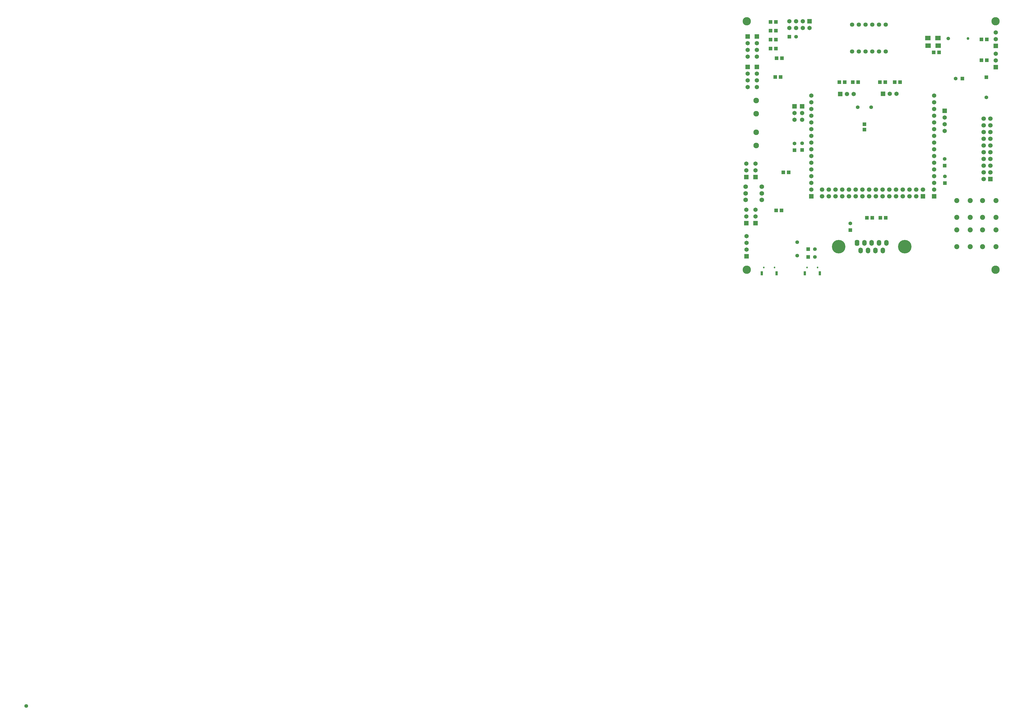
<source format=gbs>
G04 Layer_Color=16711935*
%FSLAX24Y24*%
%MOIN*%
G70*
G01*
G75*
%ADD70R,0.0650X0.0650*%
%ADD72R,0.0550X0.0550*%
%ADD79R,0.0650X0.0650*%
%ADD80R,0.0550X0.0550*%
%ADD90C,0.1231*%
%ADD91C,0.0650*%
%ADD92C,0.0550*%
%ADD93C,0.0837*%
%ADD94C,0.0247*%
%ADD95R,0.0365X0.0641*%
G04:AMPARAMS|DCode=96|XSize=67mil|YSize=87mil|CornerRadius=0mil|HoleSize=0mil|Usage=FLASHONLY|Rotation=180.000|XOffset=0mil|YOffset=0mil|HoleType=Round|Shape=Octagon|*
%AMOCTAGOND96*
4,1,8,0.0168,-0.0435,-0.0168,-0.0435,-0.0335,-0.0268,-0.0335,0.0268,-0.0168,0.0435,0.0168,0.0435,0.0335,0.0268,0.0335,-0.0268,0.0168,-0.0435,0.0*
%
%ADD96OCTAGOND96*%

%ADD97O,0.0670X0.0870*%
%ADD98O,0.0650X0.0870*%
%ADD99C,0.2017*%
%ADD100R,0.0668X0.0668*%
%ADD101C,0.0668*%
%ADD102C,0.0750*%
%ADD103C,0.0522*%
%ADD104C,0.0404*%
%ADD105C,0.0641*%
%ADD106C,0.0680*%
%ADD107R,0.0800X0.0650*%
D70*
X10520Y38190D02*
D03*
X15080Y27350D02*
D03*
X21460Y27410D02*
D03*
D72*
X18680Y22050D02*
D03*
Y22850D02*
D03*
X8290Y19010D02*
D03*
X9440Y19020D02*
D03*
X16580Y7100D02*
D03*
X30640Y16710D02*
D03*
X30650Y14110D02*
D03*
X36840Y29852D02*
D03*
D79*
X1150Y3200D02*
D03*
X1330Y35930D02*
D03*
X2696D02*
D03*
X1334Y31380D02*
D03*
X2696D02*
D03*
X9440Y25530D02*
D03*
X8290D02*
D03*
X2506Y8130D02*
D03*
X1144D02*
D03*
X30640Y24850D02*
D03*
X38240Y31370D02*
D03*
Y34520D02*
D03*
X29050Y12120D02*
D03*
X2506Y15010D02*
D03*
X1144D02*
D03*
X10780Y12120D02*
D03*
D80*
X5430Y29900D02*
D03*
X6230D02*
D03*
X5512Y38103D02*
D03*
X4712D02*
D03*
X5512Y36783D02*
D03*
X4712D02*
D03*
X5512Y35463D02*
D03*
X4712D02*
D03*
X5512Y34143D02*
D03*
X4712D02*
D03*
X21800Y29141D02*
D03*
X21000D02*
D03*
X15768D02*
D03*
X14968D02*
D03*
X36090Y35500D02*
D03*
X36890D02*
D03*
X36090Y32390D02*
D03*
X36890D02*
D03*
X28990Y33560D02*
D03*
X29790D02*
D03*
X6358Y10020D02*
D03*
X5558D02*
D03*
X7412Y15680D02*
D03*
X6612D02*
D03*
X19860Y8920D02*
D03*
X19060D02*
D03*
X21060D02*
D03*
X21860D02*
D03*
X6420Y32700D02*
D03*
X5620D02*
D03*
X23200Y29141D02*
D03*
X24000D02*
D03*
X17768D02*
D03*
X16968D02*
D03*
X7530Y35900D02*
D03*
X10340Y4270D02*
D03*
Y3110D02*
D03*
X33260Y29660D02*
D03*
D90*
X1181Y1181D02*
D03*
X38189D02*
D03*
Y38189D02*
D03*
X1181D02*
D03*
D91*
X1150Y4200D02*
D03*
Y6200D02*
D03*
Y5200D02*
D03*
X1330Y34930D02*
D03*
Y32930D02*
D03*
Y33930D02*
D03*
X2696Y34930D02*
D03*
Y32930D02*
D03*
Y33930D02*
D03*
X1334Y30380D02*
D03*
Y28380D02*
D03*
Y29380D02*
D03*
X2696Y30380D02*
D03*
Y28380D02*
D03*
Y29380D02*
D03*
X8520Y38190D02*
D03*
X7520D02*
D03*
X9520D02*
D03*
X8520Y37190D02*
D03*
X10520D02*
D03*
X7520D02*
D03*
X9520D02*
D03*
X9440Y23530D02*
D03*
Y24530D02*
D03*
X8290Y23530D02*
D03*
Y24530D02*
D03*
X2506Y10130D02*
D03*
Y9130D02*
D03*
X1144Y10130D02*
D03*
Y9130D02*
D03*
X30640Y23850D02*
D03*
Y21850D02*
D03*
Y22850D02*
D03*
X38240Y33370D02*
D03*
Y32370D02*
D03*
Y36520D02*
D03*
Y35520D02*
D03*
X17080Y27350D02*
D03*
X16080D02*
D03*
X23460Y27410D02*
D03*
X22460D02*
D03*
X29050Y27120D02*
D03*
Y26120D02*
D03*
Y25120D02*
D03*
Y24120D02*
D03*
Y23120D02*
D03*
Y22120D02*
D03*
Y21120D02*
D03*
Y20120D02*
D03*
Y13120D02*
D03*
Y17120D02*
D03*
Y15120D02*
D03*
Y16120D02*
D03*
Y14120D02*
D03*
Y18120D02*
D03*
Y19120D02*
D03*
X2506Y17010D02*
D03*
Y16010D02*
D03*
X1144Y17010D02*
D03*
Y16010D02*
D03*
X10780Y27120D02*
D03*
Y26120D02*
D03*
Y25120D02*
D03*
Y24120D02*
D03*
Y23120D02*
D03*
Y22120D02*
D03*
Y21120D02*
D03*
Y20120D02*
D03*
Y13120D02*
D03*
Y17120D02*
D03*
Y15120D02*
D03*
Y16120D02*
D03*
Y14120D02*
D03*
Y18120D02*
D03*
Y19120D02*
D03*
D92*
X8530Y35900D02*
D03*
X8290Y20010D02*
D03*
X9440Y20020D02*
D03*
X8680Y3290D02*
D03*
Y5290D02*
D03*
X11340Y4270D02*
D03*
Y3110D02*
D03*
X16580Y8100D02*
D03*
X30640Y17710D02*
D03*
X30650Y15110D02*
D03*
X32260Y29660D02*
D03*
X36840Y26860D02*
D03*
X17690Y25410D02*
D03*
X19690D02*
D03*
X-105970Y-63760D02*
D03*
D93*
X2602Y26409D02*
D03*
Y24440D02*
D03*
Y21670D02*
D03*
Y19701D02*
D03*
D94*
X5315Y1516D02*
D03*
X3740D02*
D03*
X11730D02*
D03*
X10155D02*
D03*
D95*
X3416Y670D02*
D03*
X5640D02*
D03*
X9830D02*
D03*
X12054D02*
D03*
D96*
X17590Y5191D02*
D03*
D97*
X18681D02*
D03*
X19773D02*
D03*
X20865D02*
D03*
X21956D02*
D03*
X18140Y4074D02*
D03*
X19231D02*
D03*
X20323D02*
D03*
D98*
X21415D02*
D03*
D99*
X24698Y4632D02*
D03*
X14856D02*
D03*
D100*
X27400Y12120D02*
D03*
X37440Y14700D02*
D03*
D101*
X27400Y13120D02*
D03*
X26400Y12120D02*
D03*
Y13120D02*
D03*
X25400Y12120D02*
D03*
Y13120D02*
D03*
X24400Y12120D02*
D03*
Y13120D02*
D03*
X23400Y12120D02*
D03*
Y13120D02*
D03*
X22400Y12120D02*
D03*
Y13120D02*
D03*
X21400Y12120D02*
D03*
Y13120D02*
D03*
X20400Y12120D02*
D03*
Y13120D02*
D03*
X19400Y12120D02*
D03*
Y13120D02*
D03*
X18400Y12120D02*
D03*
Y13120D02*
D03*
X17400Y12120D02*
D03*
Y13120D02*
D03*
X16400Y12120D02*
D03*
Y13120D02*
D03*
X15400Y12120D02*
D03*
Y13120D02*
D03*
X14400Y12120D02*
D03*
Y13120D02*
D03*
X13400Y12120D02*
D03*
Y13120D02*
D03*
X12400Y12120D02*
D03*
Y13120D02*
D03*
X36440Y14700D02*
D03*
X37440Y15700D02*
D03*
X36440D02*
D03*
X37440Y16700D02*
D03*
X36440D02*
D03*
X37440Y17700D02*
D03*
X36440D02*
D03*
X37440Y18700D02*
D03*
X36440D02*
D03*
X37440Y19700D02*
D03*
X36440D02*
D03*
X37440Y20700D02*
D03*
X36440D02*
D03*
X37440Y21700D02*
D03*
X36440D02*
D03*
X37440Y22700D02*
D03*
X36440D02*
D03*
X37440Y23700D02*
D03*
X36440D02*
D03*
D102*
X34420Y8980D02*
D03*
X32420D02*
D03*
X34420Y11480D02*
D03*
X32420D02*
D03*
X38265Y4630D02*
D03*
X36265D02*
D03*
X38265Y7130D02*
D03*
X36265D02*
D03*
X38265Y8980D02*
D03*
X36265D02*
D03*
X38265Y11480D02*
D03*
X36265D02*
D03*
X34420Y4630D02*
D03*
X32420D02*
D03*
X34420Y7130D02*
D03*
X32420D02*
D03*
D103*
X31177Y35620D02*
D03*
D104*
X34110D02*
D03*
D105*
X21870Y37700D02*
D03*
X20870D02*
D03*
X19870D02*
D03*
X18870D02*
D03*
X17870D02*
D03*
X16870D02*
D03*
Y33700D02*
D03*
X17870D02*
D03*
X18870D02*
D03*
X19870D02*
D03*
X20870D02*
D03*
X21870D02*
D03*
D106*
X3424Y13552D02*
D03*
X3424Y11584D02*
D03*
X1016Y11588D02*
D03*
Y12572D02*
D03*
Y13556D02*
D03*
X3424Y12568D02*
D03*
D107*
X28140Y35680D02*
D03*
X29640D02*
D03*
X28160Y34570D02*
D03*
X29660D02*
D03*
M02*

</source>
